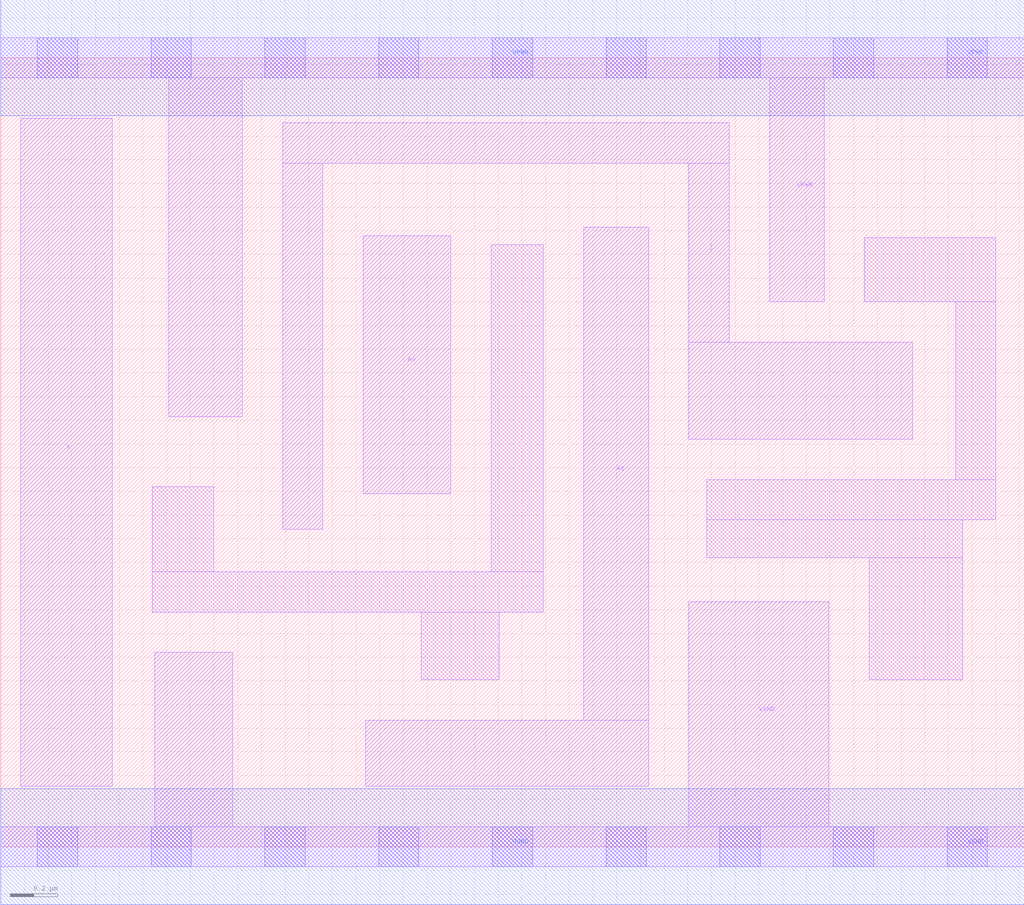
<source format=lef>
# Copyright 2020 The SkyWater PDK Authors
#
# Licensed under the Apache License, Version 2.0 (the "License");
# you may not use this file except in compliance with the License.
# You may obtain a copy of the License at
#
#     https://www.apache.org/licenses/LICENSE-2.0
#
# Unless required by applicable law or agreed to in writing, software
# distributed under the License is distributed on an "AS IS" BASIS,
# WITHOUT WARRANTIES OR CONDITIONS OF ANY KIND, either express or implied.
# See the License for the specific language governing permissions and
# limitations under the License.
#
# SPDX-License-Identifier: Apache-2.0

VERSION 5.7 ;
  NAMESCASESENSITIVE ON ;
  NOWIREEXTENSIONATPIN ON ;
  DIVIDERCHAR "/" ;
  BUSBITCHARS "[]" ;
UNITS
  DATABASE MICRONS 200 ;
END UNITS
MACRO sky130_fd_sc_lp__mux2_1
  CLASS CORE ;
  SOURCE USER ;
  FOREIGN sky130_fd_sc_lp__mux2_1 ;
  ORIGIN  0.000000  0.000000 ;
  SIZE  4.320000 BY  3.330000 ;
  SYMMETRY X Y R90 ;
  SITE unit ;
  PIN A0
    ANTENNAGATEAREA  0.126000 ;
    DIRECTION INPUT ;
    USE SIGNAL ;
    PORT
      LAYER li1 ;
        RECT 1.530000 1.490000 1.900000 2.580000 ;
    END
  END A0
  PIN A1
    ANTENNAGATEAREA  0.126000 ;
    DIRECTION INPUT ;
    USE SIGNAL ;
    PORT
      LAYER li1 ;
        RECT 1.540000 0.255000 2.735000 0.535000 ;
        RECT 2.460000 0.535000 2.735000 2.615000 ;
    END
  END A1
  PIN S
    ANTENNAGATEAREA  0.252000 ;
    DIRECTION INPUT ;
    USE SIGNAL ;
    PORT
      LAYER li1 ;
        RECT 1.190000 1.340000 1.360000 2.885000 ;
        RECT 1.190000 2.885000 3.075000 3.055000 ;
        RECT 2.905000 1.720000 3.850000 2.130000 ;
        RECT 2.905000 2.130000 3.075000 2.885000 ;
    END
  END S
  PIN X
    ANTENNADIFFAREA  0.556500 ;
    DIRECTION OUTPUT ;
    USE SIGNAL ;
    PORT
      LAYER li1 ;
        RECT 0.085000 0.255000 0.470000 3.075000 ;
    END
  END X
  PIN VGND
    DIRECTION INOUT ;
    USE GROUND ;
    PORT
      LAYER li1 ;
        RECT 0.000000 -0.085000 4.320000 0.085000 ;
        RECT 0.650000  0.085000 0.980000 0.820000 ;
        RECT 2.905000  0.085000 3.495000 1.035000 ;
      LAYER mcon ;
        RECT 0.155000 -0.085000 0.325000 0.085000 ;
        RECT 0.635000 -0.085000 0.805000 0.085000 ;
        RECT 1.115000 -0.085000 1.285000 0.085000 ;
        RECT 1.595000 -0.085000 1.765000 0.085000 ;
        RECT 2.075000 -0.085000 2.245000 0.085000 ;
        RECT 2.555000 -0.085000 2.725000 0.085000 ;
        RECT 3.035000 -0.085000 3.205000 0.085000 ;
        RECT 3.515000 -0.085000 3.685000 0.085000 ;
        RECT 3.995000 -0.085000 4.165000 0.085000 ;
      LAYER met1 ;
        RECT 0.000000 -0.245000 4.320000 0.245000 ;
    END
  END VGND
  PIN VPWR
    DIRECTION INOUT ;
    USE POWER ;
    PORT
      LAYER li1 ;
        RECT 0.000000 3.245000 4.320000 3.415000 ;
        RECT 0.710000 1.815000 1.020000 3.245000 ;
        RECT 3.245000 2.300000 3.475000 3.245000 ;
      LAYER mcon ;
        RECT 0.155000 3.245000 0.325000 3.415000 ;
        RECT 0.635000 3.245000 0.805000 3.415000 ;
        RECT 1.115000 3.245000 1.285000 3.415000 ;
        RECT 1.595000 3.245000 1.765000 3.415000 ;
        RECT 2.075000 3.245000 2.245000 3.415000 ;
        RECT 2.555000 3.245000 2.725000 3.415000 ;
        RECT 3.035000 3.245000 3.205000 3.415000 ;
        RECT 3.515000 3.245000 3.685000 3.415000 ;
        RECT 3.995000 3.245000 4.165000 3.415000 ;
      LAYER met1 ;
        RECT 0.000000 3.085000 4.320000 3.575000 ;
    END
  END VPWR
  OBS
    LAYER li1 ;
      RECT 0.640000 0.990000 2.290000 1.160000 ;
      RECT 0.640000 1.160000 0.900000 1.520000 ;
      RECT 1.775000 0.705000 2.105000 0.990000 ;
      RECT 2.070000 1.160000 2.290000 2.540000 ;
      RECT 2.980000 1.220000 4.060000 1.380000 ;
      RECT 2.980000 1.380000 4.200000 1.550000 ;
      RECT 3.645000 2.300000 4.200000 2.570000 ;
      RECT 3.665000 0.705000 4.060000 1.220000 ;
      RECT 4.030000 1.550000 4.200000 2.300000 ;
  END
END sky130_fd_sc_lp__mux2_1

</source>
